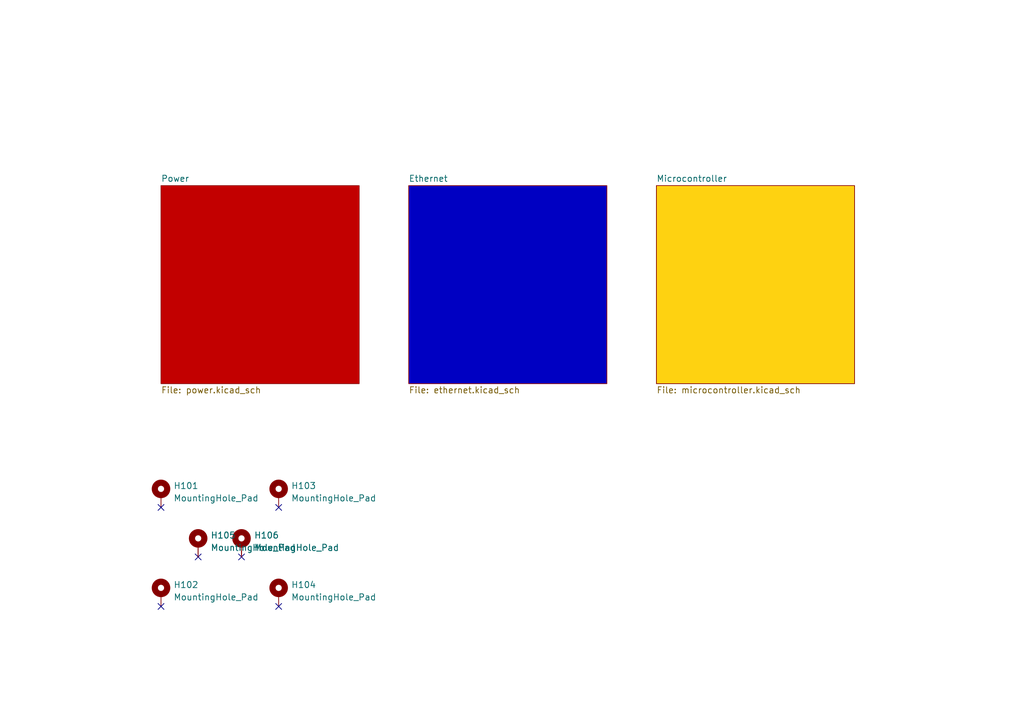
<source format=kicad_sch>
(kicad_sch (version 20230121) (generator eeschema)
  (paper "A5")
  (lib_symbols
    (symbol "Mechanical:MountingHole_Pad" (pin_numbers hide) (pin_names (offset 1.016) hide)
      (property "Reference" "H" (at 0 6.35 0))
      (property "Value" "MountingHole_Pad" (at 0 4.445 0))
      (symbol "MountingHole_Pad_0_1"
        (circle (center 0 1.27) (radius 1.27) (stroke (width 1.27)))
      )
      (symbol "MountingHole_Pad_1_1"
        (pin input line (at 0 -2.54 90) (length 2.54) (name "1") (number "1"))
      )
    )
  )
  (no_connect (at 33.02 104.14))
  (no_connect (at 49.53 114.3))
  (no_connect (at 57.15 124.46))
  (no_connect (at 40.64 114.3))
  (no_connect (at 33.02 124.46))
  (no_connect (at 57.15 104.14))
  (symbol (lib_id "Mechanical:MountingHole_Pad") (at 57.15 121.92 0) (unit 1)
    (property "Reference" "H104" (at 59.69 120.015 0) (effects (justify left)))
    (property "Value" "MountingHole_Pad" (at 59.69 122.555 0) (effects (justify left)))
    (property "Footprint" "MountingHole:MountingHole_3.2mm_M3_DIN965_Pad" (effects hide))
  )
  (symbol (lib_id "Mechanical:MountingHole_Pad") (at 40.64 111.76 0) (unit 1)
    (property "Reference" "H105" (at 43.18 109.855 0) (effects (justify left)))
    (property "Value" "MountingHole_Pad" (at 43.18 112.395 0) (effects (justify left)))
    (property "Footprint" "MountingHole:MountingHole_3.2mm_M3_DIN965_Pad" (effects hide))
  )
  (symbol (lib_id "Mechanical:MountingHole_Pad") (at 33.02 121.92 0) (unit 1)
    (property "Reference" "H102" (at 35.56 120.015 0) (effects (justify left)))
    (property "Value" "MountingHole_Pad" (at 35.56 122.555 0) (effects (justify left)))
    (property "Footprint" "MountingHole:MountingHole_3.2mm_M3_DIN965_Pad" (effects hide))
  )
  (symbol (lib_id "Mechanical:MountingHole_Pad") (at 57.15 101.6 0) (unit 1)
    (property "Reference" "H103" (at 59.69 99.695 0) (effects (justify left)))
    (property "Value" "MountingHole_Pad" (at 59.69 102.235 0) (effects (justify left)))
    (property "Footprint" "MountingHole:MountingHole_3.2mm_M3_DIN965_Pad" (effects hide))
  )
  (symbol (lib_id "Mechanical:MountingHole_Pad") (at 33.02 101.6 0) (unit 1)
    (property "Reference" "H101" (at 35.56 99.695 0) (effects (justify left)))
    (property "Value" "MountingHole_Pad" (at 35.56 102.235 0) (effects (justify left)))
    (property "Footprint" "MountingHole:MountingHole_3.2mm_M3_DIN965_Pad" (effects hide))
  )
  (symbol (lib_id "Mechanical:MountingHole_Pad") (at 49.53 111.76 0) (unit 1)
    (property "Reference" "H106" (at 52.07 109.855 0) (effects (justify left)))
    (property "Value" "MountingHole_Pad" (at 52.07 112.395 0) (effects (justify left)))
    (property "Footprint" "MountingHole:MountingHole_3.2mm_M3_DIN965_Pad" (effects hide))
  )
  (sheet (at 33.02 38.1) (size 40.64 40.64) (stroke (width 0.1524)) (fill (color 194 0 0 1.0000))
    (property "Sheetname" "Power" (at 33.02 37.3884 0) (effects (justify left bottom)))
    (property "Sheetfile" "power.kicad_sch" (at 33.02 79.3246 0) (effects (justify left top)))
  )
  (sheet (at 134.62 38.1) (size 40.64 40.64) (stroke (width 0.1524)) (fill (color 254 210 17 1.0000))
    (property "Sheetname" "Microcontroller" (at 134.62 37.3884 0) (effects (justify left bottom)))
    (property "Sheetfile" "microcontroller.kicad_sch" (at 134.62 79.3246 0) (effects (justify left top)))
  )
  (sheet (at 83.82 38.1) (size 40.64 40.64) (stroke (width 0.1524)) (fill (color 0 0 194 1.0000))
    (property "Sheetname" "Ethernet" (at 83.82 37.3884 0) (effects (justify left bottom)))
    (property "Sheetfile" "ethernet.kicad_sch" (at 83.82 79.3246 0) (effects (justify left top)))
  )
)
</source>
